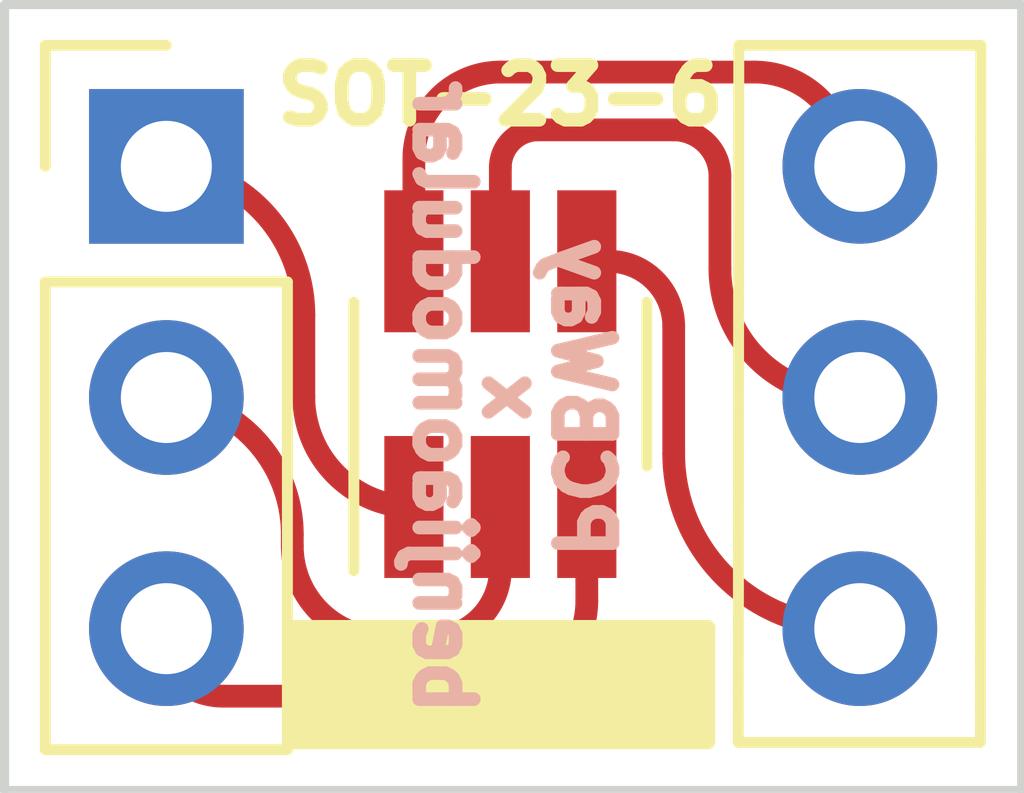
<source format=kicad_pcb>
(kicad_pcb (version 20211014) (generator pcbnew)
  (layers (0 "F.Cu" signal) (31 "B.Cu" signal) (34 "B.Paste" user) (35 "F.Paste" user) (36 "B.SilkS" user "B.Silkscreen") (37 "F.SilkS" user "F.Silkscreen") (38 "B.Mask" user) (39 "F.Mask" user) (44 "Edge.Cuts" user))
  (net 0 "")
  (net 1 "Net-(J1-Pad1)")
  (net 2 "Net-(J1-Pad2)")
  (net 3 "Net-(J1-Pad3)")
  (net 4 "Net-(J2-Pad4)")
  (net 5 "Net-(J2-Pad5)")
  (net 6 "Net-(J2-Pad6)")
  (footprint "Package_TO_SOT_SMD:SOT-23-6_Handsoldering" (layer "F.Cu") (at 155.448 98.171 90)
    (fp_text reference "J2" hide)
    (fp_text value "Conn_01x06_Male" hide)
    (fp_line (start -0.9 1.61) (end 0.9 1.61) (layer "F.SilkS") (width 0.12))
    (fp_line (start 0.9 -1.61) (end -2.05 -1.61) (layer "F.SilkS") (width 0.12))
    (pad "1" smd rect (at -1.35 -0.95 90) (size 1.56 0.65) (layers "F.Cu" "F.Paste" "F.Mask") (net 1 "Net-(J1-Pad1)"))
    (pad "2" smd rect (at -1.35 0 90) (size 1.56 0.65) (layers "F.Cu" "F.Paste" "F.Mask") (net 2 "Net-(J1-Pad2)"))
    (pad "3" smd rect (at -1.35 0.95 90) (size 1.56 0.65) (layers "F.Cu" "F.Paste" "F.Mask") (net 3 "Net-(J1-Pad3)"))
    (pad "4" smd rect (at 1.35 0.95 90) (size 1.56 0.65) (layers "F.Cu" "F.Paste" "F.Mask") (net 4 "Net-(J2-Pad4)"))
    (pad "5" smd rect (at 1.35 0 90) (size 1.56 0.65) (layers "F.Cu" "F.Paste" "F.Mask") (net 5 "Net-(J2-Pad5)"))
    (pad "6" smd rect (at 1.35 -0.95 90) (size 1.56 0.65) (layers "F.Cu" "F.Paste" "F.Mask") (net 6 "Net-(J2-Pad6)"))
  )
  (footprint "Connector_PinHeader_2.54mm:PinHeader_1x03_P2.54mm_Vertical" (layer "F.Cu") (at 151.778 95.778)
    (fp_text reference "J1" hide)
    (fp_text value "Conn_01x03_Male" hide)
    (fp_line (start 1.33 1.27) (end 1.33 6.41) (layer "F.SilkS") (width 0.12))
    (fp_line (start -1.33 1.27) (end 1.33 1.27) (layer "F.SilkS") (width 0.12))
    (fp_line (start -1.33 6.41) (end 1.33 6.41) (layer "F.SilkS") (width 0.12))
    (fp_line (start -1.33 -1.33) (end 0 -1.33) (layer "F.SilkS") (width 0.12))
    (fp_line (start -1.33 1.27) (end -1.33 6.41) (layer "F.SilkS") (width 0.12))
    (fp_line (start -1.33 0) (end -1.33 -1.33) (layer "F.SilkS") (width 0.12))
    (pad "1" thru_hole rect (at 0 0) (size 1.7 1.7) (drill 1) (layers *.Cu *.Mask) (net 1 "Net-(J1-Pad1)"))
    (pad "2" thru_hole oval (at 0 2.54) (size 1.7 1.7) (drill 1) (layers *.Cu *.Mask) (net 2 "Net-(J1-Pad2)"))
    (pad "3" thru_hole oval (at 0 5.08) (size 1.7 1.7) (drill 1) (layers *.Cu *.Mask) (net 3 "Net-(J1-Pad3)"))
  )
  (footprint "Connector_PinHeader_2.54mm:PinHeader_1x03_P2.54mm_Vertical" (layer "F.Cu") (at 159.398 100.858 180)
    (fp_text reference "J3" hide)
    (fp_text value "Conn_01x03_Male" hide)
    (fp_line (start 1.335 -1.25) (end 1.33 6.41) (layer "F.SilkS") (width 0.12))
    (fp_line (start -1.325 -1.25) (end 1.335 -1.25) (layer "F.SilkS") (width 0.12))
    (fp_line (start -1.33 6.41) (end 1.33 6.41) (layer "F.SilkS") (width 0.12))
    (fp_line (start -1.325 -1.25) (end -1.33 6.41) (layer "F.SilkS") (width 0.12))
    (pad "1" thru_hole circle (at 0 0 180) (size 1.7 1.7) (drill 1) (layers *.Cu *.Mask) (net 4 "Net-(J2-Pad4)"))
    (pad "2" thru_hole oval (at 0 2.54 180) (size 1.7 1.7) (drill 1) (layers *.Cu *.Mask) (net 5 "Net-(J2-Pad5)"))
    (pad "3" thru_hole oval (at 0 5.08 180) (size 1.7 1.7) (drill 1) (layers *.Cu *.Mask) (net 6 "Net-(J2-Pad6)"))
  )
  (gr_rect (start 153.162 100.838) (end 157.734 102.108) (layer "F.SilkS") (width 0.15) (fill solid))
  (gr_line (start 161.176 102.636) (end 150 102.636) (layer "Edge.Cuts") (width 0.1))
  (gr_line (start 150 94) (end 161.176 94) (layer "Edge.Cuts") (width 0.1))
  (gr_line (start 150 102.636) (end 150 94) (layer "Edge.Cuts") (width 0.1))
  (gr_line (start 161.176 94) (end 161.176 102.636) (layer "Edge.Cuts") (width 0.1))
  (gr_text "PCBWay" (at 156.35 98.318 -90) (layer "B.SilkS") (effects (font (size 0.6 0.6)) (justify mirror)))
  (gr_text "x" (at 155.588 98.318 -90) (layer "B.SilkS") (effects (font (size 0.6 0.6)) (justify mirror)))
  (gr_text "benjiaomodular" (at 154.826 98.318 -90) (layer "B.SilkS") (effects (font (size 0.6 0.6)) (justify mirror)))
  (gr_text "SOT-23-6" (at 155.448 94.996) (layer "F.SilkS") (effects (font (size 0.6 0.6))))
  (segment (start 153.289 97.409) (end 153.289 98.312) (width 0.25) (layer "F.Cu") (net 1))
  (arc (start 153.289 98.312) (mid 153.643108 99.166892) (end 154.498 99.521) (width 0.25) (layer "F.Cu") (net 1))
  (arc (start 151.638 95.758) (mid 152.805433 96.241567) (end 153.289 97.409) (width 0.25) (layer "F.Cu") (net 1))
  (segment (start 153.162 99.822) (end 153.162 99.949) (width 0.25) (layer "F.Cu") (net 2))
  (segment (start 155.448 100.203) (end 155.448 99.521) (width 0.25) (layer "F.Cu") (net 2))
  (segment (start 154.178 100.965) (end 154.686 100.965) (width 0.25) (layer "F.Cu") (net 2))
  (arc (start 154.686 100.965) (mid 155.224815 100.741815) (end 155.448 100.203) (width 0.25) (layer "F.Cu") (net 2))
  (arc (start 153.162 99.949) (mid 153.45958 100.66742) (end 154.178 100.965) (width 0.25) (layer "F.Cu") (net 2))
  (arc (start 151.638 98.298) (mid 152.715631 98.744369) (end 153.162 99.822) (width 0.25) (layer "F.Cu") (net 2))
  (segment (start 156.398 99.521) (end 156.398 100.551) (width 0.25) (layer "F.Cu") (net 3))
  (segment (start 155.349 101.6) (end 152.4 101.6) (width 0.25) (layer "F.Cu") (net 3))
  (arc (start 151.638 100.838) (mid 151.861185 101.376815) (end 152.4 101.6) (width 0.25) (layer "F.Cu") (net 3))
  (arc (start 156.398 100.551) (mid 156.090755 101.292755) (end 155.349 101.6) (width 0.25) (layer "F.Cu") (net 3))
  (segment (start 156.398 96.821) (end 156.638 96.821) (width 0.25) (layer "F.Cu") (net 4))
  (segment (start 157.353 97.536) (end 157.353 98.933) (width 0.25) (layer "F.Cu") (net 4))
  (arc (start 156.638 96.821) (mid 157.143581 97.030419) (end 157.353 97.536) (width 0.25) (layer "F.Cu") (net 4))
  (arc (start 157.353 98.933) (mid 157.910962 100.280038) (end 159.258 100.838) (width 0.25) (layer "F.Cu") (net 4))
  (segment (start 157.861 95.885) (end 157.861 96.901) (width 0.25) (layer "F.Cu") (net 5))
  (segment (start 155.862 95.377) (end 157.353 95.377) (width 0.25) (layer "F.Cu") (net 5))
  (segment (start 155.448 96.821) (end 155.448 95.791) (width 0.25) (layer "F.Cu") (net 5))
  (arc (start 157.353 95.377) (mid 157.71221 95.52579) (end 157.861 95.885) (width 0.25) (layer "F.Cu") (net 5))
  (arc (start 155.448 95.791) (mid 155.569258 95.498258) (end 155.862 95.377) (width 0.25) (layer "F.Cu") (net 5))
  (arc (start 157.861 96.901) (mid 158.270172 97.888828) (end 159.258 98.298) (width 0.25) (layer "F.Cu") (net 5))
  (segment (start 154.498 95.692) (end 154.498 96.821) (width 0.25) (layer "F.Cu") (net 6))
  (segment (start 158.242 94.742) (end 155.448 94.742) (width 0.25) (layer "F.Cu") (net 6))
  (arc (start 155.448 94.742) (mid 154.776249 95.020249) (end 154.498 95.692) (width 0.25) (layer "F.Cu") (net 6))
  (arc (start 159.258 95.758) (mid 158.96042 95.03958) (end 158.242 94.742) (width 0.25) (layer "F.Cu") (net 6))
)
</source>
